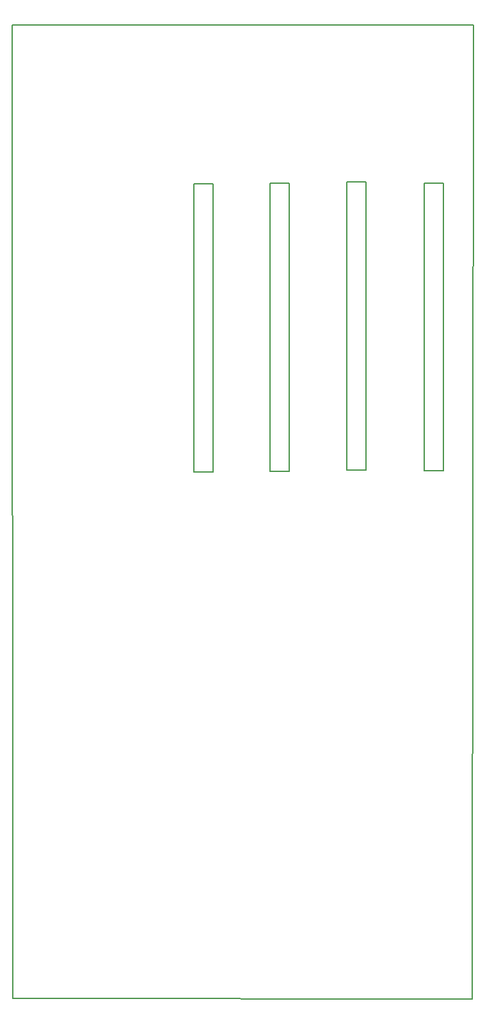
<source format=gko>
G04 DipTrace 4.0.0.0*
G04 rangoon_panel_plugg.GKO*
%MOIN*%
G04 #@! TF.FileFunction,Profile*
G04 #@! TF.Part,Single*
%ADD11C,0.005512*%
%FSLAX26Y26*%
G04*
G70*
G90*
G75*
G01*
G04 BoardOutline*
%LPD*%
X394000Y5465164D2*
D11*
X2796131D1*
X2791094Y394000D1*
X399037Y399035D1*
X394000Y5465164D1*
X1341832Y4637429D2*
X1441822D1*
Y3137587D1*
X1341832D1*
Y4637429D1*
X1738912Y4639975D2*
X1838902D1*
Y3140133D1*
X1738912D1*
Y4639975D1*
X2138535Y4647612D2*
X2238525D1*
Y3147769D1*
X2138535D1*
Y4647612D1*
X2540706Y4642520D2*
X2640696D1*
Y3142677D1*
X2540706D1*
Y4642520D1*
M02*

</source>
